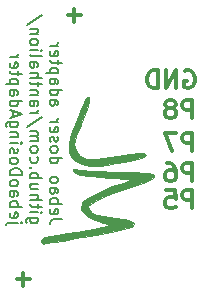
<source format=gbr>
G04 #@! TF.GenerationSoftware,KiCad,Pcbnew,(5.0.1)-3*
G04 #@! TF.CreationDate,2020-02-29T11:56:56-05:00*
G04 #@! TF.ProjectId,jebaoDosingAdapter,6A6562616F446F73696E674164617074,rev?*
G04 #@! TF.SameCoordinates,PX46492a0PY53724e0*
G04 #@! TF.FileFunction,Legend,Bot*
G04 #@! TF.FilePolarity,Positive*
%FSLAX46Y46*%
G04 Gerber Fmt 4.6, Leading zero omitted, Abs format (unit mm)*
G04 Created by KiCad (PCBNEW (5.0.1)-3) date 2/29/2020 11:56:56 AM*
%MOMM*%
%LPD*%
G01*
G04 APERTURE LIST*
%ADD10C,0.300000*%
%ADD11C,0.200000*%
%ADD12C,0.010000*%
G04 APERTURE END LIST*
D10*
X18311428Y4334858D02*
X17168571Y4334858D01*
X17740000Y3763429D02*
X17740000Y4906286D01*
X22629428Y26686858D02*
X21486571Y26686858D01*
X22058000Y26115429D02*
X22058000Y27258286D01*
X32055142Y10367429D02*
X32055142Y11867429D01*
X31483714Y11867429D01*
X31340857Y11796000D01*
X31269428Y11724572D01*
X31198000Y11581715D01*
X31198000Y11367429D01*
X31269428Y11224572D01*
X31340857Y11153143D01*
X31483714Y11081715D01*
X32055142Y11081715D01*
X29840857Y11867429D02*
X30555142Y11867429D01*
X30626571Y11153143D01*
X30555142Y11224572D01*
X30412285Y11296000D01*
X30055142Y11296000D01*
X29912285Y11224572D01*
X29840857Y11153143D01*
X29769428Y11010286D01*
X29769428Y10653143D01*
X29840857Y10510286D01*
X29912285Y10438858D01*
X30055142Y10367429D01*
X30412285Y10367429D01*
X30555142Y10438858D01*
X30626571Y10510286D01*
X32055142Y12653429D02*
X32055142Y14153429D01*
X31483714Y14153429D01*
X31340857Y14082000D01*
X31269428Y14010572D01*
X31198000Y13867715D01*
X31198000Y13653429D01*
X31269428Y13510572D01*
X31340857Y13439143D01*
X31483714Y13367715D01*
X32055142Y13367715D01*
X29912285Y14153429D02*
X30198000Y14153429D01*
X30340857Y14082000D01*
X30412285Y14010572D01*
X30555142Y13796286D01*
X30626571Y13510572D01*
X30626571Y12939143D01*
X30555142Y12796286D01*
X30483714Y12724858D01*
X30340857Y12653429D01*
X30055142Y12653429D01*
X29912285Y12724858D01*
X29840857Y12796286D01*
X29769428Y12939143D01*
X29769428Y13296286D01*
X29840857Y13439143D01*
X29912285Y13510572D01*
X30055142Y13582000D01*
X30340857Y13582000D01*
X30483714Y13510572D01*
X30555142Y13439143D01*
X30626571Y13296286D01*
X32055142Y15193429D02*
X32055142Y16693429D01*
X31483714Y16693429D01*
X31340857Y16622000D01*
X31269428Y16550572D01*
X31198000Y16407715D01*
X31198000Y16193429D01*
X31269428Y16050572D01*
X31340857Y15979143D01*
X31483714Y15907715D01*
X32055142Y15907715D01*
X30698000Y16693429D02*
X29698000Y16693429D01*
X30340857Y15193429D01*
X32055142Y17987429D02*
X32055142Y19487429D01*
X31483714Y19487429D01*
X31340857Y19416000D01*
X31269428Y19344572D01*
X31198000Y19201715D01*
X31198000Y18987429D01*
X31269428Y18844572D01*
X31340857Y18773143D01*
X31483714Y18701715D01*
X32055142Y18701715D01*
X30340857Y18844572D02*
X30483714Y18916000D01*
X30555142Y18987429D01*
X30626571Y19130286D01*
X30626571Y19201715D01*
X30555142Y19344572D01*
X30483714Y19416000D01*
X30340857Y19487429D01*
X30055142Y19487429D01*
X29912285Y19416000D01*
X29840857Y19344572D01*
X29769428Y19201715D01*
X29769428Y19130286D01*
X29840857Y18987429D01*
X29912285Y18916000D01*
X30055142Y18844572D01*
X30340857Y18844572D01*
X30483714Y18773143D01*
X30555142Y18701715D01*
X30626571Y18558858D01*
X30626571Y18273143D01*
X30555142Y18130286D01*
X30483714Y18058858D01*
X30340857Y17987429D01*
X30055142Y17987429D01*
X29912285Y18058858D01*
X29840857Y18130286D01*
X29769428Y18273143D01*
X29769428Y18558858D01*
X29840857Y18701715D01*
X29912285Y18773143D01*
X30055142Y18844572D01*
X31388142Y21956000D02*
X31531000Y22027429D01*
X31745285Y22027429D01*
X31959571Y21956000D01*
X32102428Y21813143D01*
X32173857Y21670286D01*
X32245285Y21384572D01*
X32245285Y21170286D01*
X32173857Y20884572D01*
X32102428Y20741715D01*
X31959571Y20598858D01*
X31745285Y20527429D01*
X31602428Y20527429D01*
X31388142Y20598858D01*
X31316714Y20670286D01*
X31316714Y21170286D01*
X31602428Y21170286D01*
X30673857Y20527429D02*
X30673857Y22027429D01*
X29816714Y20527429D01*
X29816714Y22027429D01*
X29102428Y20527429D02*
X29102428Y22027429D01*
X28745285Y22027429D01*
X28531000Y21956000D01*
X28388142Y21813143D01*
X28316714Y21670286D01*
X28245285Y21384572D01*
X28245285Y21170286D01*
X28316714Y20884572D01*
X28388142Y20741715D01*
X28531000Y20598858D01*
X28745285Y20527429D01*
X29102428Y20527429D01*
D11*
X21003619Y9413810D02*
X20289333Y9413810D01*
X20146476Y9366191D01*
X20051238Y9270953D01*
X20003619Y9128096D01*
X20003619Y9032858D01*
X20051238Y10270953D02*
X20003619Y10175715D01*
X20003619Y9985239D01*
X20051238Y9890000D01*
X20146476Y9842381D01*
X20527428Y9842381D01*
X20622666Y9890000D01*
X20670285Y9985239D01*
X20670285Y10175715D01*
X20622666Y10270953D01*
X20527428Y10318572D01*
X20432190Y10318572D01*
X20336952Y9842381D01*
X20003619Y10747143D02*
X21003619Y10747143D01*
X20622666Y10747143D02*
X20670285Y10842381D01*
X20670285Y11032858D01*
X20622666Y11128096D01*
X20575047Y11175715D01*
X20479809Y11223334D01*
X20194095Y11223334D01*
X20098857Y11175715D01*
X20051238Y11128096D01*
X20003619Y11032858D01*
X20003619Y10842381D01*
X20051238Y10747143D01*
X20003619Y12080477D02*
X20527428Y12080477D01*
X20622666Y12032858D01*
X20670285Y11937620D01*
X20670285Y11747143D01*
X20622666Y11651905D01*
X20051238Y12080477D02*
X20003619Y11985239D01*
X20003619Y11747143D01*
X20051238Y11651905D01*
X20146476Y11604286D01*
X20241714Y11604286D01*
X20336952Y11651905D01*
X20384571Y11747143D01*
X20384571Y11985239D01*
X20432190Y12080477D01*
X20003619Y12699524D02*
X20051238Y12604286D01*
X20098857Y12556667D01*
X20194095Y12509048D01*
X20479809Y12509048D01*
X20575047Y12556667D01*
X20622666Y12604286D01*
X20670285Y12699524D01*
X20670285Y12842381D01*
X20622666Y12937620D01*
X20575047Y12985239D01*
X20479809Y13032858D01*
X20194095Y13032858D01*
X20098857Y12985239D01*
X20051238Y12937620D01*
X20003619Y12842381D01*
X20003619Y12699524D01*
X20003619Y14651905D02*
X21003619Y14651905D01*
X20051238Y14651905D02*
X20003619Y14556667D01*
X20003619Y14366191D01*
X20051238Y14270953D01*
X20098857Y14223334D01*
X20194095Y14175715D01*
X20479809Y14175715D01*
X20575047Y14223334D01*
X20622666Y14270953D01*
X20670285Y14366191D01*
X20670285Y14556667D01*
X20622666Y14651905D01*
X20003619Y15270953D02*
X20051238Y15175715D01*
X20098857Y15128096D01*
X20194095Y15080477D01*
X20479809Y15080477D01*
X20575047Y15128096D01*
X20622666Y15175715D01*
X20670285Y15270953D01*
X20670285Y15413810D01*
X20622666Y15509048D01*
X20575047Y15556667D01*
X20479809Y15604286D01*
X20194095Y15604286D01*
X20098857Y15556667D01*
X20051238Y15509048D01*
X20003619Y15413810D01*
X20003619Y15270953D01*
X20051238Y15985239D02*
X20003619Y16080477D01*
X20003619Y16270953D01*
X20051238Y16366191D01*
X20146476Y16413810D01*
X20194095Y16413810D01*
X20289333Y16366191D01*
X20336952Y16270953D01*
X20336952Y16128096D01*
X20384571Y16032858D01*
X20479809Y15985239D01*
X20527428Y15985239D01*
X20622666Y16032858D01*
X20670285Y16128096D01*
X20670285Y16270953D01*
X20622666Y16366191D01*
X20051238Y17223334D02*
X20003619Y17128096D01*
X20003619Y16937620D01*
X20051238Y16842381D01*
X20146476Y16794762D01*
X20527428Y16794762D01*
X20622666Y16842381D01*
X20670285Y16937620D01*
X20670285Y17128096D01*
X20622666Y17223334D01*
X20527428Y17270953D01*
X20432190Y17270953D01*
X20336952Y16794762D01*
X20003619Y17699524D02*
X20670285Y17699524D01*
X20479809Y17699524D02*
X20575047Y17747143D01*
X20622666Y17794762D01*
X20670285Y17890000D01*
X20670285Y17985239D01*
X20003619Y19509048D02*
X20527428Y19509048D01*
X20622666Y19461429D01*
X20670285Y19366191D01*
X20670285Y19175715D01*
X20622666Y19080477D01*
X20051238Y19509048D02*
X20003619Y19413810D01*
X20003619Y19175715D01*
X20051238Y19080477D01*
X20146476Y19032858D01*
X20241714Y19032858D01*
X20336952Y19080477D01*
X20384571Y19175715D01*
X20384571Y19413810D01*
X20432190Y19509048D01*
X20003619Y20413810D02*
X21003619Y20413810D01*
X20051238Y20413810D02*
X20003619Y20318572D01*
X20003619Y20128096D01*
X20051238Y20032858D01*
X20098857Y19985239D01*
X20194095Y19937620D01*
X20479809Y19937620D01*
X20575047Y19985239D01*
X20622666Y20032858D01*
X20670285Y20128096D01*
X20670285Y20318572D01*
X20622666Y20413810D01*
X20003619Y21318572D02*
X20527428Y21318572D01*
X20622666Y21270953D01*
X20670285Y21175715D01*
X20670285Y20985239D01*
X20622666Y20890000D01*
X20051238Y21318572D02*
X20003619Y21223334D01*
X20003619Y20985239D01*
X20051238Y20890000D01*
X20146476Y20842381D01*
X20241714Y20842381D01*
X20336952Y20890000D01*
X20384571Y20985239D01*
X20384571Y21223334D01*
X20432190Y21318572D01*
X20670285Y21794762D02*
X19670285Y21794762D01*
X20622666Y21794762D02*
X20670285Y21890000D01*
X20670285Y22080477D01*
X20622666Y22175715D01*
X20575047Y22223334D01*
X20479809Y22270953D01*
X20194095Y22270953D01*
X20098857Y22223334D01*
X20051238Y22175715D01*
X20003619Y22080477D01*
X20003619Y21890000D01*
X20051238Y21794762D01*
X20670285Y22556667D02*
X20670285Y22937620D01*
X21003619Y22699524D02*
X20146476Y22699524D01*
X20051238Y22747143D01*
X20003619Y22842381D01*
X20003619Y22937620D01*
X20051238Y23651905D02*
X20003619Y23556667D01*
X20003619Y23366191D01*
X20051238Y23270953D01*
X20146476Y23223334D01*
X20527428Y23223334D01*
X20622666Y23270953D01*
X20670285Y23366191D01*
X20670285Y23556667D01*
X20622666Y23651905D01*
X20527428Y23699524D01*
X20432190Y23699524D01*
X20336952Y23223334D01*
X20003619Y24128096D02*
X20670285Y24128096D01*
X20479809Y24128096D02*
X20575047Y24175715D01*
X20622666Y24223334D01*
X20670285Y24318572D01*
X20670285Y24413810D01*
X18970285Y9556667D02*
X18160761Y9556667D01*
X18065523Y9509048D01*
X18017904Y9461429D01*
X17970285Y9366191D01*
X17970285Y9223334D01*
X18017904Y9128096D01*
X18351238Y9556667D02*
X18303619Y9461429D01*
X18303619Y9270953D01*
X18351238Y9175715D01*
X18398857Y9128096D01*
X18494095Y9080477D01*
X18779809Y9080477D01*
X18875047Y9128096D01*
X18922666Y9175715D01*
X18970285Y9270953D01*
X18970285Y9461429D01*
X18922666Y9556667D01*
X18303619Y10032858D02*
X18970285Y10032858D01*
X19303619Y10032858D02*
X19256000Y9985239D01*
X19208380Y10032858D01*
X19256000Y10080477D01*
X19303619Y10032858D01*
X19208380Y10032858D01*
X18970285Y10366191D02*
X18970285Y10747143D01*
X19303619Y10509048D02*
X18446476Y10509048D01*
X18351238Y10556667D01*
X18303619Y10651905D01*
X18303619Y10747143D01*
X18303619Y11080477D02*
X19303619Y11080477D01*
X18303619Y11509048D02*
X18827428Y11509048D01*
X18922666Y11461429D01*
X18970285Y11366191D01*
X18970285Y11223334D01*
X18922666Y11128096D01*
X18875047Y11080477D01*
X18970285Y12413810D02*
X18303619Y12413810D01*
X18970285Y11985239D02*
X18446476Y11985239D01*
X18351238Y12032858D01*
X18303619Y12128096D01*
X18303619Y12270953D01*
X18351238Y12366191D01*
X18398857Y12413810D01*
X18303619Y12890000D02*
X19303619Y12890000D01*
X18922666Y12890000D02*
X18970285Y12985239D01*
X18970285Y13175715D01*
X18922666Y13270953D01*
X18875047Y13318572D01*
X18779809Y13366191D01*
X18494095Y13366191D01*
X18398857Y13318572D01*
X18351238Y13270953D01*
X18303619Y13175715D01*
X18303619Y12985239D01*
X18351238Y12890000D01*
X18398857Y13794762D02*
X18351238Y13842381D01*
X18303619Y13794762D01*
X18351238Y13747143D01*
X18398857Y13794762D01*
X18303619Y13794762D01*
X18351238Y14699524D02*
X18303619Y14604286D01*
X18303619Y14413810D01*
X18351238Y14318572D01*
X18398857Y14270953D01*
X18494095Y14223334D01*
X18779809Y14223334D01*
X18875047Y14270953D01*
X18922666Y14318572D01*
X18970285Y14413810D01*
X18970285Y14604286D01*
X18922666Y14699524D01*
X18303619Y15270953D02*
X18351238Y15175715D01*
X18398857Y15128096D01*
X18494095Y15080477D01*
X18779809Y15080477D01*
X18875047Y15128096D01*
X18922666Y15175715D01*
X18970285Y15270953D01*
X18970285Y15413810D01*
X18922666Y15509048D01*
X18875047Y15556667D01*
X18779809Y15604286D01*
X18494095Y15604286D01*
X18398857Y15556667D01*
X18351238Y15509048D01*
X18303619Y15413810D01*
X18303619Y15270953D01*
X18303619Y16032858D02*
X18970285Y16032858D01*
X18875047Y16032858D02*
X18922666Y16080477D01*
X18970285Y16175715D01*
X18970285Y16318572D01*
X18922666Y16413810D01*
X18827428Y16461429D01*
X18303619Y16461429D01*
X18827428Y16461429D02*
X18922666Y16509048D01*
X18970285Y16604286D01*
X18970285Y16747143D01*
X18922666Y16842381D01*
X18827428Y16890000D01*
X18303619Y16890000D01*
X19351238Y18080477D02*
X18065523Y17223334D01*
X18303619Y18413810D02*
X18970285Y18413810D01*
X18779809Y18413810D02*
X18875047Y18461429D01*
X18922666Y18509048D01*
X18970285Y18604286D01*
X18970285Y18699524D01*
X18303619Y19461429D02*
X18827428Y19461429D01*
X18922666Y19413810D01*
X18970285Y19318572D01*
X18970285Y19128096D01*
X18922666Y19032858D01*
X18351238Y19461429D02*
X18303619Y19366191D01*
X18303619Y19128096D01*
X18351238Y19032858D01*
X18446476Y18985239D01*
X18541714Y18985239D01*
X18636952Y19032858D01*
X18684571Y19128096D01*
X18684571Y19366191D01*
X18732190Y19461429D01*
X18970285Y19937620D02*
X18303619Y19937620D01*
X18875047Y19937620D02*
X18922666Y19985239D01*
X18970285Y20080477D01*
X18970285Y20223334D01*
X18922666Y20318572D01*
X18827428Y20366191D01*
X18303619Y20366191D01*
X18970285Y20699524D02*
X18970285Y21080477D01*
X19303619Y20842381D02*
X18446476Y20842381D01*
X18351238Y20890000D01*
X18303619Y20985239D01*
X18303619Y21080477D01*
X18303619Y21413810D02*
X19303619Y21413810D01*
X18303619Y21842381D02*
X18827428Y21842381D01*
X18922666Y21794762D01*
X18970285Y21699524D01*
X18970285Y21556667D01*
X18922666Y21461429D01*
X18875047Y21413810D01*
X18303619Y22747143D02*
X18827428Y22747143D01*
X18922666Y22699524D01*
X18970285Y22604286D01*
X18970285Y22413810D01*
X18922666Y22318572D01*
X18351238Y22747143D02*
X18303619Y22651905D01*
X18303619Y22413810D01*
X18351238Y22318572D01*
X18446476Y22270953D01*
X18541714Y22270953D01*
X18636952Y22318572D01*
X18684571Y22413810D01*
X18684571Y22651905D01*
X18732190Y22747143D01*
X18303619Y23366191D02*
X18351238Y23270953D01*
X18446476Y23223334D01*
X19303619Y23223334D01*
X18303619Y23747143D02*
X18970285Y23747143D01*
X19303619Y23747143D02*
X19256000Y23699524D01*
X19208380Y23747143D01*
X19256000Y23794762D01*
X19303619Y23747143D01*
X19208380Y23747143D01*
X18303619Y24366191D02*
X18351238Y24270953D01*
X18398857Y24223334D01*
X18494095Y24175715D01*
X18779809Y24175715D01*
X18875047Y24223334D01*
X18922666Y24270953D01*
X18970285Y24366191D01*
X18970285Y24509048D01*
X18922666Y24604286D01*
X18875047Y24651905D01*
X18779809Y24699524D01*
X18494095Y24699524D01*
X18398857Y24651905D01*
X18351238Y24604286D01*
X18303619Y24509048D01*
X18303619Y24366191D01*
X18970285Y25128096D02*
X18303619Y25128096D01*
X18875047Y25128096D02*
X18922666Y25175715D01*
X18970285Y25270953D01*
X18970285Y25413810D01*
X18922666Y25509048D01*
X18827428Y25556667D01*
X18303619Y25556667D01*
X19351238Y26747143D02*
X18065523Y25890000D01*
X17270285Y9128096D02*
X16413142Y9128096D01*
X16317904Y9080477D01*
X16270285Y8985239D01*
X16270285Y8937620D01*
X17603619Y9128096D02*
X17556000Y9080477D01*
X17508380Y9128096D01*
X17556000Y9175715D01*
X17603619Y9128096D01*
X17508380Y9128096D01*
X16651238Y9985239D02*
X16603619Y9890000D01*
X16603619Y9699524D01*
X16651238Y9604286D01*
X16746476Y9556667D01*
X17127428Y9556667D01*
X17222666Y9604286D01*
X17270285Y9699524D01*
X17270285Y9890000D01*
X17222666Y9985239D01*
X17127428Y10032858D01*
X17032190Y10032858D01*
X16936952Y9556667D01*
X16603619Y10461429D02*
X17603619Y10461429D01*
X17222666Y10461429D02*
X17270285Y10556667D01*
X17270285Y10747143D01*
X17222666Y10842381D01*
X17175047Y10890000D01*
X17079809Y10937620D01*
X16794095Y10937620D01*
X16698857Y10890000D01*
X16651238Y10842381D01*
X16603619Y10747143D01*
X16603619Y10556667D01*
X16651238Y10461429D01*
X16603619Y11794762D02*
X17127428Y11794762D01*
X17222666Y11747143D01*
X17270285Y11651905D01*
X17270285Y11461429D01*
X17222666Y11366191D01*
X16651238Y11794762D02*
X16603619Y11699524D01*
X16603619Y11461429D01*
X16651238Y11366191D01*
X16746476Y11318572D01*
X16841714Y11318572D01*
X16936952Y11366191D01*
X16984571Y11461429D01*
X16984571Y11699524D01*
X17032190Y11794762D01*
X16603619Y12413810D02*
X16651238Y12318572D01*
X16698857Y12270953D01*
X16794095Y12223334D01*
X17079809Y12223334D01*
X17175047Y12270953D01*
X17222666Y12318572D01*
X17270285Y12413810D01*
X17270285Y12556667D01*
X17222666Y12651905D01*
X17175047Y12699524D01*
X17079809Y12747143D01*
X16794095Y12747143D01*
X16698857Y12699524D01*
X16651238Y12651905D01*
X16603619Y12556667D01*
X16603619Y12413810D01*
X16603619Y13175715D02*
X17603619Y13175715D01*
X17603619Y13413810D01*
X17556000Y13556667D01*
X17460761Y13651905D01*
X17365523Y13699524D01*
X17175047Y13747143D01*
X17032190Y13747143D01*
X16841714Y13699524D01*
X16746476Y13651905D01*
X16651238Y13556667D01*
X16603619Y13413810D01*
X16603619Y13175715D01*
X16603619Y14318572D02*
X16651238Y14223334D01*
X16698857Y14175715D01*
X16794095Y14128096D01*
X17079809Y14128096D01*
X17175047Y14175715D01*
X17222666Y14223334D01*
X17270285Y14318572D01*
X17270285Y14461429D01*
X17222666Y14556667D01*
X17175047Y14604286D01*
X17079809Y14651905D01*
X16794095Y14651905D01*
X16698857Y14604286D01*
X16651238Y14556667D01*
X16603619Y14461429D01*
X16603619Y14318572D01*
X16651238Y15032858D02*
X16603619Y15128096D01*
X16603619Y15318572D01*
X16651238Y15413810D01*
X16746476Y15461429D01*
X16794095Y15461429D01*
X16889333Y15413810D01*
X16936952Y15318572D01*
X16936952Y15175715D01*
X16984571Y15080477D01*
X17079809Y15032858D01*
X17127428Y15032858D01*
X17222666Y15080477D01*
X17270285Y15175715D01*
X17270285Y15318572D01*
X17222666Y15413810D01*
X16603619Y15890000D02*
X17270285Y15890000D01*
X17603619Y15890000D02*
X17556000Y15842381D01*
X17508380Y15890000D01*
X17556000Y15937620D01*
X17603619Y15890000D01*
X17508380Y15890000D01*
X17270285Y16366191D02*
X16603619Y16366191D01*
X17175047Y16366191D02*
X17222666Y16413810D01*
X17270285Y16509048D01*
X17270285Y16651905D01*
X17222666Y16747143D01*
X17127428Y16794762D01*
X16603619Y16794762D01*
X17270285Y17699524D02*
X16460761Y17699524D01*
X16365523Y17651905D01*
X16317904Y17604286D01*
X16270285Y17509048D01*
X16270285Y17366191D01*
X16317904Y17270953D01*
X16651238Y17699524D02*
X16603619Y17604286D01*
X16603619Y17413810D01*
X16651238Y17318572D01*
X16698857Y17270953D01*
X16794095Y17223334D01*
X17079809Y17223334D01*
X17175047Y17270953D01*
X17222666Y17318572D01*
X17270285Y17413810D01*
X17270285Y17604286D01*
X17222666Y17699524D01*
X16889333Y18128096D02*
X16889333Y18604286D01*
X16603619Y18032858D02*
X17603619Y18366191D01*
X16603619Y18699524D01*
X16603619Y19461429D02*
X17603619Y19461429D01*
X16651238Y19461429D02*
X16603619Y19366191D01*
X16603619Y19175715D01*
X16651238Y19080477D01*
X16698857Y19032858D01*
X16794095Y18985239D01*
X17079809Y18985239D01*
X17175047Y19032858D01*
X17222666Y19080477D01*
X17270285Y19175715D01*
X17270285Y19366191D01*
X17222666Y19461429D01*
X16603619Y20366191D02*
X17127428Y20366191D01*
X17222666Y20318572D01*
X17270285Y20223334D01*
X17270285Y20032858D01*
X17222666Y19937620D01*
X16651238Y20366191D02*
X16603619Y20270953D01*
X16603619Y20032858D01*
X16651238Y19937620D01*
X16746476Y19890000D01*
X16841714Y19890000D01*
X16936952Y19937620D01*
X16984571Y20032858D01*
X16984571Y20270953D01*
X17032190Y20366191D01*
X17270285Y20842381D02*
X16270285Y20842381D01*
X17222666Y20842381D02*
X17270285Y20937620D01*
X17270285Y21128096D01*
X17222666Y21223334D01*
X17175047Y21270953D01*
X17079809Y21318572D01*
X16794095Y21318572D01*
X16698857Y21270953D01*
X16651238Y21223334D01*
X16603619Y21128096D01*
X16603619Y20937620D01*
X16651238Y20842381D01*
X17270285Y21604286D02*
X17270285Y21985239D01*
X17603619Y21747143D02*
X16746476Y21747143D01*
X16651238Y21794762D01*
X16603619Y21890000D01*
X16603619Y21985239D01*
X16651238Y22699524D02*
X16603619Y22604286D01*
X16603619Y22413810D01*
X16651238Y22318572D01*
X16746476Y22270953D01*
X17127428Y22270953D01*
X17222666Y22318572D01*
X17270285Y22413810D01*
X17270285Y22604286D01*
X17222666Y22699524D01*
X17127428Y22747143D01*
X17032190Y22747143D01*
X16936952Y22270953D01*
X16603619Y23175715D02*
X17270285Y23175715D01*
X17079809Y23175715D02*
X17175047Y23223334D01*
X17222666Y23270953D01*
X17270285Y23366191D01*
X17270285Y23461429D01*
D12*
G04 #@! TO.C,G\002A\002A\002A*
G36*
X27970254Y15039015D02*
X27508381Y15072479D01*
X26754402Y14997872D01*
X25721252Y14816095D01*
X25108098Y14686201D01*
X23980668Y14513611D01*
X23113050Y14552577D01*
X22505902Y14802860D01*
X22159881Y15264216D01*
X22071457Y15800865D01*
X22140161Y16170870D01*
X22321862Y16731836D01*
X22579944Y17373397D01*
X22631087Y17487609D01*
X22994938Y18346760D01*
X23234403Y19042136D01*
X23339280Y19534800D01*
X23299369Y19785814D01*
X23239456Y19809842D01*
X23049744Y19672782D01*
X22969646Y19515471D01*
X22861916Y19238766D01*
X22655220Y18737615D01*
X22384537Y18096178D01*
X22217972Y17706899D01*
X21806572Y16625497D01*
X21605758Y15770746D01*
X21610660Y15110917D01*
X21757327Y14705670D01*
X22111627Y14369673D01*
X22686945Y14099660D01*
X23368449Y13941945D01*
X23706120Y13919692D01*
X24131488Y13950747D01*
X24788507Y14036911D01*
X25579593Y14164113D01*
X26234702Y14284276D01*
X27123718Y14470526D01*
X27712655Y14628856D01*
X28035595Y14770292D01*
X28127086Y14896579D01*
X27970254Y15039015D01*
X27970254Y15039015D01*
G37*
X27970254Y15039015D02*
X27508381Y15072479D01*
X26754402Y14997872D01*
X25721252Y14816095D01*
X25108098Y14686201D01*
X23980668Y14513611D01*
X23113050Y14552577D01*
X22505902Y14802860D01*
X22159881Y15264216D01*
X22071457Y15800865D01*
X22140161Y16170870D01*
X22321862Y16731836D01*
X22579944Y17373397D01*
X22631087Y17487609D01*
X22994938Y18346760D01*
X23234403Y19042136D01*
X23339280Y19534800D01*
X23299369Y19785814D01*
X23239456Y19809842D01*
X23049744Y19672782D01*
X22969646Y19515471D01*
X22861916Y19238766D01*
X22655220Y18737615D01*
X22384537Y18096178D01*
X22217972Y17706899D01*
X21806572Y16625497D01*
X21605758Y15770746D01*
X21610660Y15110917D01*
X21757327Y14705670D01*
X22111627Y14369673D01*
X22686945Y14099660D01*
X23368449Y13941945D01*
X23706120Y13919692D01*
X24131488Y13950747D01*
X24788507Y14036911D01*
X25579593Y14164113D01*
X26234702Y14284276D01*
X27123718Y14470526D01*
X27712655Y14628856D01*
X28035595Y14770292D01*
X28127086Y14896579D01*
X27970254Y15039015D01*
G36*
X28767159Y13138201D02*
X28641497Y13235464D01*
X28381944Y13308962D01*
X27947495Y13364010D01*
X27297146Y13405921D01*
X26389892Y13440009D01*
X25267483Y13469636D01*
X24316168Y13499245D01*
X23468418Y13538852D01*
X22787778Y13584458D01*
X22337795Y13632066D01*
X22197616Y13662817D01*
X21957461Y13699700D01*
X21903245Y13630998D01*
X22068025Y13402082D01*
X22552774Y13213775D01*
X23343107Y13069440D01*
X24424636Y12972437D01*
X24804900Y12953017D01*
X25575230Y12910469D01*
X26205182Y12858517D01*
X26629105Y12803782D01*
X26781391Y12753651D01*
X26633351Y12652286D01*
X26253236Y12513740D01*
X25922960Y12420321D01*
X25262042Y12210499D01*
X24546141Y11918891D01*
X23851653Y11584833D01*
X23254975Y11247663D01*
X22832503Y10946718D01*
X22665469Y10743004D01*
X22633353Y10341295D01*
X22671406Y10169105D01*
X22934379Y9850296D01*
X23425340Y9529592D01*
X24041163Y9264633D01*
X24515236Y9138600D01*
X24866758Y9052321D01*
X24983202Y8962864D01*
X24845938Y8863804D01*
X24436336Y8748716D01*
X23735766Y8611173D01*
X22725598Y8444753D01*
X22323775Y8382805D01*
X21441327Y8246734D01*
X20652660Y8122041D01*
X20030331Y8020419D01*
X19646899Y7953563D01*
X19590331Y7942256D01*
X19323705Y7793660D01*
X19210342Y7571336D01*
X19284988Y7395237D01*
X19422119Y7361524D01*
X19682025Y7392344D01*
X20238910Y7481484D01*
X21059517Y7623060D01*
X22110584Y7811185D01*
X23358852Y8039973D01*
X24771061Y8303539D01*
X25167535Y8378273D01*
X25889753Y8528168D01*
X26492058Y8678249D01*
X26894213Y8807155D01*
X27009455Y8868635D01*
X27098993Y9096264D01*
X26869100Y9285684D01*
X26314546Y9439220D01*
X25462216Y9555987D01*
X24600600Y9664728D01*
X24000281Y9802494D01*
X23586157Y9994260D01*
X23283128Y10265004D01*
X23264792Y10286768D01*
X23234516Y10534845D01*
X23521840Y10827519D01*
X24130278Y11166682D01*
X25063346Y11554226D01*
X26324559Y11992045D01*
X26590036Y12077400D01*
X27578480Y12408757D01*
X28286369Y12683375D01*
X28696899Y12894148D01*
X28799934Y13011860D01*
X28767159Y13138201D01*
X28767159Y13138201D01*
G37*
X28767159Y13138201D02*
X28641497Y13235464D01*
X28381944Y13308962D01*
X27947495Y13364010D01*
X27297146Y13405921D01*
X26389892Y13440009D01*
X25267483Y13469636D01*
X24316168Y13499245D01*
X23468418Y13538852D01*
X22787778Y13584458D01*
X22337795Y13632066D01*
X22197616Y13662817D01*
X21957461Y13699700D01*
X21903245Y13630998D01*
X22068025Y13402082D01*
X22552774Y13213775D01*
X23343107Y13069440D01*
X24424636Y12972437D01*
X24804900Y12953017D01*
X25575230Y12910469D01*
X26205182Y12858517D01*
X26629105Y12803782D01*
X26781391Y12753651D01*
X26633351Y12652286D01*
X26253236Y12513740D01*
X25922960Y12420321D01*
X25262042Y12210499D01*
X24546141Y11918891D01*
X23851653Y11584833D01*
X23254975Y11247663D01*
X22832503Y10946718D01*
X22665469Y10743004D01*
X22633353Y10341295D01*
X22671406Y10169105D01*
X22934379Y9850296D01*
X23425340Y9529592D01*
X24041163Y9264633D01*
X24515236Y9138600D01*
X24866758Y9052321D01*
X24983202Y8962864D01*
X24845938Y8863804D01*
X24436336Y8748716D01*
X23735766Y8611173D01*
X22725598Y8444753D01*
X22323775Y8382805D01*
X21441327Y8246734D01*
X20652660Y8122041D01*
X20030331Y8020419D01*
X19646899Y7953563D01*
X19590331Y7942256D01*
X19323705Y7793660D01*
X19210342Y7571336D01*
X19284988Y7395237D01*
X19422119Y7361524D01*
X19682025Y7392344D01*
X20238910Y7481484D01*
X21059517Y7623060D01*
X22110584Y7811185D01*
X23358852Y8039973D01*
X24771061Y8303539D01*
X25167535Y8378273D01*
X25889753Y8528168D01*
X26492058Y8678249D01*
X26894213Y8807155D01*
X27009455Y8868635D01*
X27098993Y9096264D01*
X26869100Y9285684D01*
X26314546Y9439220D01*
X25462216Y9555987D01*
X24600600Y9664728D01*
X24000281Y9802494D01*
X23586157Y9994260D01*
X23283128Y10265004D01*
X23264792Y10286768D01*
X23234516Y10534845D01*
X23521840Y10827519D01*
X24130278Y11166682D01*
X25063346Y11554226D01*
X26324559Y11992045D01*
X26590036Y12077400D01*
X27578480Y12408757D01*
X28286369Y12683375D01*
X28696899Y12894148D01*
X28799934Y13011860D01*
X28767159Y13138201D01*
G04 #@! TD*
M02*

</source>
